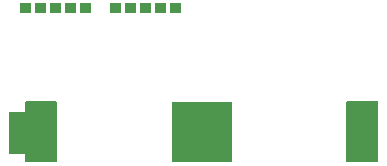
<source format=gbs>
G04*
G04 #@! TF.GenerationSoftware,Altium Limited,Altium Designer,25.4.2 (15)*
G04*
G04 Layer_Color=16711935*
%FSTAX24Y24*%
%MOIN*%
G70*
G04*
G04 #@! TF.SameCoordinates,12F9F1C2-4B93-4E5A-9412-C193BA208CB0*
G04*
G04*
G04 #@! TF.FilePolarity,Negative*
G04*
G01*
G75*
%ADD51R,0.2020X0.2020*%
G36*
X024704Y01855D02*
X024344D01*
Y01887D01*
X024704D01*
Y01855D01*
D02*
G37*
G36*
X024204D02*
X023844D01*
Y01887D01*
X024204D01*
Y01855D01*
D02*
G37*
G36*
X023704D02*
X023344D01*
Y01887D01*
X023704D01*
Y01855D01*
D02*
G37*
G36*
X023204D02*
X022844D01*
Y01887D01*
X023204D01*
Y01855D01*
D02*
G37*
G36*
X022704D02*
X022344D01*
Y01887D01*
X022704D01*
Y01855D01*
D02*
G37*
G36*
X021704D02*
X021344D01*
Y01887D01*
X021704D01*
Y01855D01*
D02*
G37*
G36*
X021204D02*
X020844D01*
Y01887D01*
X021204D01*
Y01855D01*
D02*
G37*
G36*
X020704D02*
X020344D01*
Y01887D01*
X020704D01*
Y01855D01*
D02*
G37*
G36*
X020204D02*
X019844D01*
Y01887D01*
X020204D01*
Y01855D01*
D02*
G37*
G36*
X019704D02*
X019344D01*
Y01887D01*
X019704D01*
Y01855D01*
D02*
G37*
G36*
X031265Y0156D02*
X031267Y015599D01*
X031269Y015597D01*
X031271Y015595D01*
X031272Y015593D01*
X031272Y01559D01*
Y01523D01*
Y01386D01*
Y01359D01*
X031272Y013587D01*
X031271Y013585D01*
X031269Y013583D01*
X031267Y013581D01*
X031265Y01358D01*
X031262Y01358D01*
X030239D01*
X030236Y01358D01*
X030234Y013581D01*
X030231Y013583D01*
X03023Y013585D01*
X030229Y013587D01*
X030229Y01359D01*
Y01559D01*
X030229Y015593D01*
X03023Y015595D01*
X030231Y015597D01*
X030234Y015599D01*
X030236Y0156D01*
X030239Y0156D01*
X031262D01*
X031265Y0156D01*
D02*
G37*
G36*
X020564D02*
X020566Y015599D01*
X020569Y015597D01*
X02057Y015595D01*
X020571Y015593D01*
X020572Y01559D01*
Y01359D01*
X020571Y013587D01*
X02057Y013585D01*
X020569Y013583D01*
X020566Y013581D01*
X020564Y01358D01*
X020561Y01358D01*
X019538D01*
X019535Y01358D01*
X019533Y013581D01*
X019531Y013583D01*
X019529Y013585D01*
X019528Y013587D01*
X019528Y01359D01*
Y01385D01*
X019D01*
X018997Y01385D01*
X018995Y013851D01*
X018993Y013853D01*
X018991Y013855D01*
X01899Y013857D01*
X01899Y01386D01*
Y01523D01*
X01899Y015233D01*
X018991Y015235D01*
X018993Y015237D01*
X018995Y015239D01*
X018997Y01524D01*
X019Y01524D01*
X019528D01*
Y01559D01*
X019528Y015593D01*
X019529Y015595D01*
X019531Y015597D01*
X019533Y015599D01*
X019535Y0156D01*
X019538Y0156D01*
X020561D01*
X020564Y0156D01*
D02*
G37*
D51*
X02542Y01459D02*
D03*
M02*

</source>
